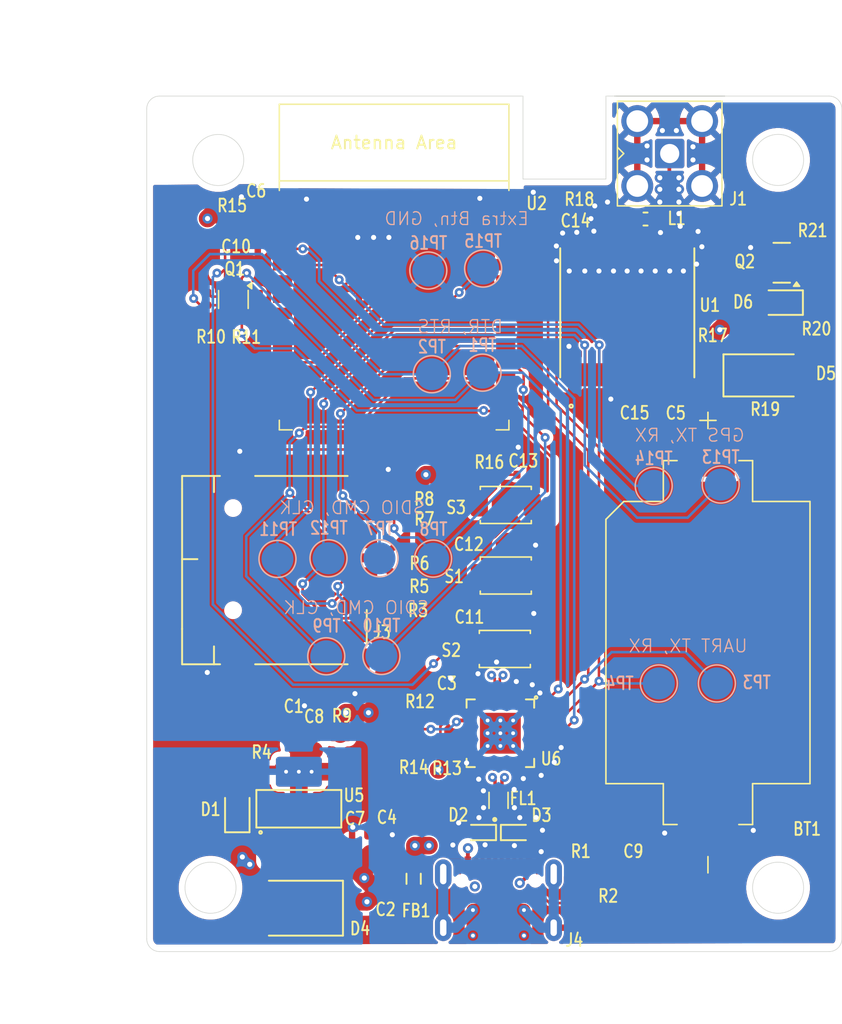
<source format=kicad_pcb>
(kicad_pcb (version 20241229) (generator "pcbnew") (generator_version "9.0")
  (layers (0 "F.Cu" signal) (4 "In1.Cu" signal) (6 "In2.Cu" signal) (2 "B.Cu" signal) (13 "F.Paste" user) (15 "B.Paste" user) (5 "F.SilkS" user "F.Silkscreen") (7 "B.SilkS" user "B.Silkscreen") (1 "F.Mask" user) (3 "B.Mask" user) (25 "Edge.Cuts" user))
  (net 0 "")
  (net 1 "GND")
  (net 2 "Net-(C1-Pad1)")
  (net 3 "VUSB")
  (net 4 "3v3_VCC")
  (net 5 "/EN")
  (net 6 "/GPIO9_BOOT")
  (net 7 "/BTN_FUNCTION")
  (net 8 "Net-(U1-VCC_REF)")
  (net 9 "Net-(D1-Pad2)")
  (net 10 "/USB C COMs 3v3 Power Input Module/USB_UNF_D-")
  (net 11 "/USB C COMs 3v3 Power Input Module/USB_UNF_D+")
  (net 12 "VUSB_UNFILTERD")
  (net 13 "Net-(Q2-C)")
  (net 14 "Net-(D6-Pad2)")
  (net 15 "Net-(J1-In)")
  (net 16 "/SDIO_DATA2")
  (net 17 "/SDIO_CLK")
  (net 18 "/SDIO_DATA0")
  (net 19 "/SDIO_DATA1")
  (net 20 "/SDIO_DATA3")
  (net 22 "/SDIO_CMD")
  (net 25 "Net-(J4-CC1)")
  (net 26 "Net-(J4-CC2)")
  (net 27 "Net-(L1-Pad1)")
  (net 28 "Net-(Q1A-B1)")
  (net 29 "/USB C COMs 3v3 Power Input Module/DTR")
  (net 30 "Net-(Q1B-B2)")
  (net 31 "/USB C COMs 3v3 Power Input Module/RTS")
  (net 32 "Net-(Q2-B)")
  (net 33 "Net-(U6-RST#)")
  (net 34 "Net-(U6-VBUS)")
  (net 35 "Net-(U1-RESET)")
  (net 36 "/GPS Module/1PPS")
  (net 37 "/USBC_TX")
  (net 38 "/USBC_RX")
  (net 39 "/GPS_TX")
  (net 40 "/GPS_RX")
  (net 77 "/USB C COMs 3v3 Power Input Module/USB_D+")
  (net 78 "/USB C COMs 3v3 Power Input Module/USB_D-")
  (net 79 "Net-(BT1-PadP)")
  (net 80 "Net-(D5-Pad1)")
  (net 81 "RF_GND")
  (footprint "PCM_JLCPCB:L_0603" (layer "F.Cu") (at 157.88 81.53)
    (property "Reference" "L1")
    (property "Value" "47nH_600mA" (hide yes))
  )
  (footprint "PCM_JLCPCB:C_0402" (layer "F.Cu") (at 127.48 80.83 90)
    (property "Reference" "C6")
    (property "Value" "100nF" (hide yes))
  )
  (footprint "PCM_JLCPCB:C_0603" (layer "F.Cu") (at 137.85 133.2 90)
    (property "Reference" "C2")
    (property "Value" "10uF" (hide yes))
  )
  (footprint "PCM_JLCPCB:TYPE-C-SMD_HX-TYPE-C-16PIN" (layer "F.Cu") (at 146.35 134.65)
    (property "Reference" "J4")
    (property "Value" "Connector, USB-TYPE-C-16P" (hide yes))
  )
  (footprint "PCM_JLCPCB:R_0402" (layer "F.Cu") (at 138.375 109.175 180)
    (property "Reference" "R6")
    (property "Value" "10kΩ" (hide yes))
  )
  (footprint "PCM_JLCPCB:R_1206" (layer "F.Cu") (at 133.95 123.33 90)
    (property "Reference" "R9")
    (property "Value" "0Ω" (hide yes))
  )
  (footprint "Connector_Coaxial:SMA_Amphenol_901-143_Horizontal" (layer "F.Cu") (at 159.775 76.4)
    (property "Reference" "J1")
    (property "Value" "Conn_Coaxial" (hide yes))
    (fp_line (start 4.3 -4.5) (end -4.3 -4.5) (stroke (width 0.1)) (layer "Edge.Cuts"))
  )
  (footprint "PCM_JLCPCB:C_0402" (layer "F.Cu") (at 146.925 107.1)
    (property "Reference" "C12")
    (property "Value" "100nF" (hide yes))
  )
  (footprint "PCM_JLCPCB:R_0402" (layer "F.Cu") (at 140.16 120.87 -90)
    (property "Reference" "R12")
    (property "Value" "10kΩ" (hide yes))
  )
  (footprint "PCM_JLCPCB:R_0402" (layer "F.Cu") (at 127.5675 87.855 -90)
    (property "Reference" "R11")
    (property "Value" "10kΩ" (hide yes))
  )
  (footprint "PCM_JLCPCB:WQFN-28_L5.0-W5.0-P0.50-BL-EP3.2" (layer "F.Cu") (at 146.5 121.8 180)
    (property "Reference" "U6")
    (property "Value" "CP2102-GMR" (hide yes))
  )
  (footprint "PCM_JLCPCB:FB_0805" (layer "F.Cu") (at 139.7 133.2 90)
    (property "Reference" "FB1")
    (property "Value" "100Ω@100MHz 150mΩ 800mA" (hide yes))
  )
  (footprint "PCM_JLCPCB:D_0805" (layer "F.Cu") (at 125.875 127.865 90)
    (property "Reference" "D1")
    (property "Value" "Red" (hide yes))
  )
  (footprint "PCM_JLCPCB:R_0402" (layer "F.Cu") (at 138.621855 103.640032 180)
    (property "Reference" "R8")
    (property "Value" "10kΩ" (hide yes))
  )
  (footprint "PCM_JLCPCB:D_SMA" (layer "F.Cu") (at 167.5 93.775)
    (property "Reference" "D5")
    (property "Value" "SS14" (hide yes))
  )
  (footprint "PCM_JLCPCB:R_0402" (layer "F.Cu") (at 145.65 101.55)
    (property "Reference" "R16")
    (property "Value" "10kΩ" (hide yes))
  )
  (footprint "PCM_JLCPCB:R_0402" (layer "F.Cu") (at 168.57 89.84)
    (property "Reference" "R20")
    (property "Value" "220Ω" (hide yes))
  )
  (footprint "PCM_JLCPCB:SW_TS-1088-AR02016" (layer "F.Cu") (at 146.85 115.2 180)
    (property "Reference" "S2")
    (property "Value" "Tactile Button, 160gf" (hide yes))
  )
  (footprint "PCM_JLCPCB:D_SOD-523" (layer "F.Cu") (at 147.8 129.575)
    (property "Reference" "D3")
    (property "Value" "H5VUD5U" (hide yes))
  )
  (footprint "GPS L76-M33:L76_QWS" (layer "F.Cu") (at 156.45 88.875 90)
    (property "Reference" "U1")
    (property "Value" "L76-M33" (hide yes))
  )
  (footprint "PCM_JLCPCB:C_0402" (layer "F.Cu") (at 148.3 101.55)
    (property "Reference" "C13")
    (property "Value" "100nF" (hide yes))
  )
  (footprint "CR2032:BAT_CR2032-BS-6-1" (layer "F.Cu") (at 162.775 114.7 -90)
    (property "Reference" "BT1")
    (property "Value" "CR2032-BS-6-1" (hide yes))
  )
  (footprint "PCM_JLCPCB:C_0603" (layer "F.Cu") (at 130.3 121.89 90)
    (property "Reference" "C1")
    (property "Value" "10uF" (hide yes))
  )
  (footprint "PCM_JLCPCB:C_0402" (layer "F.Cu") (at 144.325 118.25 180)
    (property "Reference" "C3")
    (property "Value" "100nF" (hide yes))
  )
  (footprint "PCM_JLCPCB:C_0603" (layer "F.Cu") (at 136.3 130.455 90)
    (property "Reference" "C4")
    (property "Value" "10uF" (hide yes))
  )
  (footprint "PCM_JLCPCB:Q_SOT-23" (layer "F.Cu") (at 168.56 84.9525 180)
    (property "Reference" "Q2")
    (property "Value" "MMBT3904" (hide yes))
  )
  (footprint "PCM_JLCPCB:D_SOD-523" (layer "F.Cu") (at 144.9 129.575 180)
    (property "Reference" "D2")
    (property "Value" "H5VUD5U" (hide yes))
  )
  (footprint "PCM_JLCPCB:R_0402" (layer "F.Cu") (at 138.35 111.325 180)
    (property "Reference" "R3")
    (property "Value" "10kΩ" (hide yes))
  )
  (footprint "PCM_JLCPCB:C_0402" (layer "F.Cu") (at 160.25 95.55)
    (property "Reference" "C5")
    (property "Value" "100nF" (hide yes))
  )
  (footprint "PCM_JLCPCB:R_0402" (layer "F.Cu") (at 123.5175 87.78 90)
    (property "Reference" "R10")
    (property "Value" "10kΩ" (hide yes))
  )
  (footprint "PCM_JLCPCB:SOT-363_SC-70-6" (layer "F.Cu") (at 125.5675 87.83 -90)
    (property "Reference" "Q1")
    (property "Value" "BC847BS" (hide yes))
  )
  (footprint "PCM_JLCPCB:R_0402" (layer "F.Cu") (at 140.5 122.925 -90)
    (property "Reference" "R14")
    (property "Value" "47kΩ" (hide yes))
  )
  (footprint "Common mode choke DLM11SN900HY2L:FIL_DLM11SN900HY2L" (layer "F.Cu") (at 146.357505 127.056913 90)
    (property "Reference" "FL1")
    (property "Value" "DLM11SN900HY2L" (hide yes))
  )
  (footprint "PCM_JLCPCB:C_0402" (layer "F.Cu") (at 155.195 82.21 180)
    (property "Reference" "C14")
    (property "Value" "100nF" (hide yes))
  )
  (footprint "PCM_JLCPCB:C_0402" (layer "F.Cu") (at 127.48 83.13 -90)
    (property "Reference" "C10")
    (property "Value" "100nF" (hide yes))
  )
  (footprint "PCM_JLCPCB:R_0402" (layer "F.Cu") (at 138.646855 104.790032 180)
    (property "Reference" "R7")
    (property "Value" "10kΩ" (hide yes))
  )
  (footprint "PCM_JLCPCB:C_0402" (layer "F.Cu") (at 157.025 95.55 180)
    (property "Reference" "C15")
    (property "Value" "100nF" (hide yes))
  )
  (footprint "PCM_JLCPCB:R_0402" (layer "F.Cu") (at 162.55 92.225 -90)
    (property "Reference" "R17")
    (property "Value" "10kΩ" (hide yes))
  )
  (footprint "PCM_JLCPCB:C_0402" (layer "F.Cu") (at 157 132.75 90)
    (property "Reference" "C9")
    (property "Value" "4.7nF" (hide yes))
  )
  (footprint "PCM_JLCPCB:R_0402" (layer "F.Cu") (at 168.56 82.54)
    (property "Reference" "R21")
    (property "Value" "5.1kΩ" (hide yes))
  )
  (footprint "SD Card:J_SD_Card-micro_socket_A" (layer "F.Cu") (at 129.025 108.15 90)
    (property "Reference" "J3")
    (property "Value" "Micro_SD_Card_Det1" (hide yes))
  )
  (footprint "PCM_JLCPCB:R_0402" (layer "F.Cu") (at 155.195 81.235)
    (property "Reference" "R18")
    (property "Value" "10Ω" (hide yes))
  )
  (footprint "PCM_JLCPCB:SW_TS-1088-AR02016" (layer "F.Cu") (at 146.925 109.45 180)
    (property "Reference" "S1")
    (property "Value" "Tactile Button, 160gf" (hide yes))
  )
  (footprint "PCM_JLCPCB:D_0805" (layer "F.Cu") (at 168.53 88.075 180)
    (property "Reference" "D6")
    (property "Value" "Red" (hide yes))
  )
  (footprint "PCM_JLCPCB:SW_TS-1088-AR02016" (layer "F.Cu") (at 146.925 103.925 180)
    (property "Reference" "S3")
    (property "Value" "Tactile Button, 160gf" (hide yes))
  )
  (footprint "PCM_JLCPCB:R_0402" (layer "F.Cu") (at 138.35 110.275 180)
    (property "Reference" "R5")
    (property "Value" "10kΩ" (hide yes))
  )
  (footprint "PCM_JLCPCB:R_0402" (layer "F.Cu") (at 154.825 132.775 90)
    (property "Reference" "R2")
    (property "Value" "5.1kΩ" (hide yes))
  )
  (footprint "PCM_JLCPCB:R_0402" (layer "F.Cu") (at 141.8 122.925 90)
    (property "Reference" "R13")
    (property "Value" "22kΩ" (hide yes))
  )
  (footprint "PCM_JLCPCB:C_0402" (layer "F.Cu") (at 131.9 122.29 90)
    (property "Reference" "C8")
    (property "Value" "100nF" (hide yes))
  )
  (footprint "PCM_JLCPCB:C_0402" (layer "F.Cu") (at 134.875 130.765 90)
    (property "Reference" "C7")
    (property "Value" "100nF" (hide yes))
  )
  (footprint "PCM_JLCPCB:R_0402" (layer "F.Cu") (at 127.8 125.09 -90)
    (property "Reference" "R4")
    (property "Value" "220Ω" (hide yes))
  )
  (footprint "PCM_JLCPCB:SOT-223-3_L6.5-W3.4-P2.30-LS7.0-BR" (layer "F.Cu") (at 130.7 127.815 -90)
    (property "Reference" "U5")
    (property "Value" "AMS1117" (hide yes))
  )
  (footprint "PCM_JLCPCB:C_0402" (layer "F.Cu") (at 146.875 112.85)
    (property "Reference" "C11")
    (property "Value" "100nF" (hide yes))
  )
  (footprint "PCM_JLCPCB:D_SMB" (layer "F.Cu") (at 130.5 135.5 180)
    (property "Reference" "D4")
    (property "Value" "P6SMB7.5A" (hide yes))
  )
  (footprint "PCM_JLCPCB:R_0402" (layer "F.Cu") (at 165.025 96.375 180)
    (property "Reference" "R19")
    (property "Value" "10Ω" (hide yes))
  )
  (footprint "PCM_JLCPCB:R_0402" (layer "F.Cu") (at 152.8 132.75 90)
    (property "Reference" "R1")
    (property "Value" "5.1kΩ" (hide yes))
  )
  (footprint "PCM_JLCPCB:R_0402" (layer "F.Cu") (at 125.58 82.055 -90)
    (property "Reference" "R15")
    (property "Value" "10kΩ" (hide yes))
  )
  (footprint "ESPRESSIF footprints:ESP32-C6-WROOM-1" (layer "F.Cu") (at 129.16 98.08)
    (property "Reference" "U2")
    (property "Value" "ESP32-C6-WROOM-1" (hide yes))
  )
  (footprint "TestPoint:TestPoint_Pad_D2.5mm" (layer "B.Cu") (at 129.025 108.15 180)
    (property "Reference" "TP11")
    (property "Value" "DAT3/CD_TP" (hide yes))
  )
  (footprint "TestPoint:TestPoint_Pad_D2.5mm" (layer "B.Cu") (at 158.925 117.9 90)
    (property "Reference" "TP4")
    (property "Value" "USB_TX_TP" (hide yes))
  )
  (footprint "TestPoint:TestPoint_Pad_D2.5mm" (layer "B.Cu") (at 137.175 115.75 180)
    (property "Reference" "TP10")
    (property "Value" "CMD_TP" (hide yes))
  )
  (footprint "TestPoint:TestPoint_Pad_D2.5mm" (layer "B.Cu") (at 158.525 102.425 180)
    (property "Reference" "TP14")
    (property "Value" "GPS_RX_TP" (hide yes))
  )
  (footprint "TestPoint:TestPoint_Pad_D2.5mm" (layer "B.Cu") (at 141.225 108.125 180)
    (property "Reference" "TP8")
    (property "Value" "DAT0_TP" (hide yes))
  )
  (footprint "TestPoint:TestPoint_Pad_D2.5mm" (layer "B.Cu") (at 132.85 115.775 180)
    (property "Reference" "TP9")
    (property "Value" "CLK_TP" (hide yes))
  )
  (footprint "TestPoint:TestPoint_Pad_D2.5mm" (layer "B.Cu") (at 163.775 102.325 180)
    (property "Reference" "TP13")
    (property "Value" "GPS_TX_TP" (hide yes))
  )
  (footprint "TestPoint:TestPoint_Pad_D2.5mm" (layer "B.Cu") (at 145.1 93.56 180)
    (property "Reference" "TP1")
    (property "Value" "DTR_TP" (hide yes))
  )
  (footprint "TestPoint:TestPoint_Pad_D2.5mm" (layer "B.Cu") (at 133.025 108.1 180)
    (property "Reference" "TP12")
    (property "Value" "DAT2_TP" (hide yes))
  )
  (footprint "TestPoint:TestPoint_Pad_D2.5mm" (layer "B.Cu") (at 141.125 93.685 180)
    (property "Reference" "TP2")
    (property "Value" "RTS_TP" (hide yes))
  )
  (footprint "TestPoint:TestPoint_Pad_D2.5mm" (layer "B.Cu") (at 145.15 85.41 180)
    (property "Reference" "TP15")
    (property "Value" "FUNC_BTN_TP" (hide yes))
  )
  (footprint "TestPoint:TestPoint_Pad_D2.5mm" (layer "B.Cu") (at 137.025 108.1 180)
    (property "Reference" "TP7")
    (property "Value" "DAT1_TP" (hide yes))
  )
  (footprint "TestPoint:TestPoint_Pad_D2.5mm" (layer "B.Cu") (at 140.85 85.56 180)
    (property "Reference" "TP16")
    (property "Value" "GND_TP" (hide yes))
  )
  (footprint "TestPoint:TestPoint_Pad_D2.5mm" (layer "B.Cu") (at 163.475 117.9 90)
    (property "Reference" "TP3")
    (property "Value" "USB_RX_TP" (hide yes))
  )
  (gr_line (start 148.275 71.9) (end 148.275 78.4) (stroke (width 0.05)) (layer "Edge.Cuts"))
  (gr_line (start 164.075 71.9) (end 172.275 71.9) (stroke (width 0.05)) (layer "Edge.Cuts"))
  (gr_line (start 118.775 72.9) (end 118.775 137.9) (stroke (width 0.05)) (layer "Edge.Cuts"))
  (gr_circle (center 168.275 133.9) (end 168.275 131.9) (stroke (width 0.05)) (fill no) (layer "Edge.Cuts"))
  (gr_arc (start 118.775 72.9) (mid 119.067893 72.192893) (end 119.775 71.9) (stroke (width 0.05)) (layer "Edge.Cuts"))
  (gr_line (start 148.275 78.4) (end 154.775 78.4) (stroke (width 0.05)) (layer "Edge.Cuts"))
  (gr_line (start 154.775 71.9) (end 155.475 71.9) (stroke (width 0.05)) (layer "Edge.Cuts"))
  (gr_circle (center 124.38 76.905) (end 124.38 74.905) (stroke (width 0.05)) (fill no) (layer "Edge.Cuts"))
  (gr_circle (center 168.275 76.9) (end 168.275 74.9) (stroke (width 0.05)) (fill no) (layer "Edge.Cuts"))
  (gr_line (start 148.275 71.9) (end 119.775 71.9) (stroke (width 0.05)) (layer "Edge.Cuts"))
  (gr_line (start 173.275 137.9) (end 173.275 72.9) (stroke (width 0.05)) (layer "Edge.Cuts"))
  (gr_arc (start 173.275 137.9) (mid 172.982107 138.607107) (end 172.275 138.9) (stroke (width 0.05)) (layer "Edge.Cuts"))
  (gr_arc (start 172.275 71.9) (mid 172.982107 72.192893) (end 173.275 72.9) (stroke (width 0.05)) (layer "Edge.Cuts"))
  (gr_line (start 119.775 138.9) (end 172.275 138.9) (stroke (width 0.05)) (layer "Edge.Cuts"))
  (gr_line (start 154.775 78.4) (end 154.775 71.9) (stroke (width 0.05)) (layer "Edge.Cuts"))
  (gr_arc (start 119.775 138.9) (mid 119.067893 138.607107) (end 118.775 137.9) (stroke (width 0.05)) (layer "Edge.Cuts"))
  (gr_circle (center 123.775 133.9) (end 123.775 131.9) (stroke (width 0.05)) (fill no) (layer "Edge.Cuts"))
  (gr_text "SDIO CMD, CLK" (at 140.65 104.725 0) (layer "B.SilkS") (effects (font (size 1 1) (thickness 0.1)) (justify left bottom mirror)))
  (gr_text "UART TX, RX\n" (at 165.95 115.55 0) (layer "B.SilkS") (effects (font (size 1 1) (thickness 0.1)) (justify left bottom mirror)))
  (gr_text "Extra Btn, GND" (at 148.8 82.085 0) (layer "B.SilkS") (effects (font (size 1 1) (thickness 0.1)) (justify left bottom mirror)))
  (gr_text "GPS TX, RX\n" (at 165.725 99.05 0) (layer "B.SilkS") (effects (font (size 1 1) (thickness 0.1)) (justify left bottom mirror)))
  (gr_text "SDIO CMD, CLK" (at 140.975 112.55 0) (layer "B.SilkS") (effects (font (size 1 1) (thickness 0.1)) (justify left bottom mirror)))
  (gr_text "DTR, RTS" (at 146.775 90.535 0) (layer "B.SilkS") (effects (font (size 1 1) (thickness 0.1)) (justify left bottom mirror)))
  (segment (start 149.7 131.075) (end 149.7 131.86) (width 0.5) (layer "F.Cu") (net 1))
  (segment (start 129.42 80.03) (end 131.24 80.03) (width 0.5) (layer "F.Cu") (net 1))
  (segment (start 142.775912 130.554088) (end 142.775912 131.54831) (width 0.5) (layer "F.Cu") (net 1))
  (segment (start 149.55 132.01) (end 149.55 132.15) (width 0.5) (layer "F.Cu") (net 1))
  (segment (start 162.315 73.86) (end 162.315 78.94) (width 0.5) (layer "F.Cu") (net 1))
  (segment (start 131.24 80.03) (end 131.3 79.97) (width 0.5) (layer "F.Cu") (net 1))
  (segment (start 127.48 80.33) (end 127.755 80.055) (width 0.5) (layer "F.Cu") (net 1))
  (segment (start 126.85 132.07) (end 126.27 131.49) (width 0.5) (layer "F.Cu") (net 1))
  (segment (start 128.35 135.5) (end 128.35 133.57) (width 0.5) (layer "F.Cu") (net 1))
  (segment (start 157.55 93.725) (end 157.55 95.525) (width 0.8) (layer "F.Cu") (net 1))
  (segment (start 143.15 131.922398) (end 143.15 132.15) (width 0.5) (layer "F.Cu") (net 1))
  (segment (start 158.536 96.511) (end 157.55 95.525) (width 0.5) (layer "F.Cu") (net 1))
  (segment (start 157.235 73.86) (end 162.315 73.86) (width 0.5) (layer "F.Cu") (net 1))
  (segment (start 149.7 131.86) (end 149.55 132.01) (width 0.5) (layer "F.Cu") (net 1))
  (segment (start 164.525 96.375) (end 164.389 96.511) (width 0.5) (layer "F.Cu") (net 1))
  (segment (start 157.235 78.94) (end 157.235 73.86) (width 0.5) (layer "F.Cu") (net 1))
  (segment (start 127.755 80.055) (end 129.38 80.055) (width 0.5) (layer "F.Cu") (net 1))
  (segment (start 164.389 96.511) (end 158.536 96.511) (width 0.5) (layer "F.Cu") (net 1))
  (segment (start 128.35 133.57) (end 126.85 132.07) (width 0.5) (layer "F.Cu") (net 1))
  (segment (start 142.775912 131.54831) (end 143.15 131.922398) (width 0.5) (layer "F.Cu") (net 1))
  (via (at 166.33 129.41) (size 0.8) (drill 0.4) (layers "F.Cu" "B.Cu") (net 1))
  (via (at 153.12 85.6) (size 0.8) (drill 0.4) (layers "F.Cu" "B.Cu") (net 1))
  (via (at 162.3 83.7) (size 0.8) (drill 0.4) (layers "F.Cu" "B.Cu") (net 1))
  (via (at 149.8 129.4) (size 0.8) (drill 0.4) (layers "F.Cu" "B.Cu") (net 1))
  (via (at 150.89 83.64) (size 0.8) (drill 0.4) (layers "F.Cu" "B.Cu") (net 1))
  (via (at 153.9 80.5) (size 0.8) (drill 0.4) (layers "F.Cu" "B.Cu") (net 1))
  (via (at 148.3 125.35) (size 0.8) (drill 0.4) (layers "F.Cu" "B.Cu") (net 1))
  (via (at 160.5 80.2) (size 0.8) (drill 0.4) (layers "F.Cu" "B.Cu") (net 1))
  (via (at 155.37 85.6) (size 0.8) (drill 0.4) (layers "F.Cu" "B.Cu") (net 1))
  (via (at 147.6 127.63) (size 0.8) (drill 0.4) (layers "F.Cu" "B.Cu") (net 1))
  (via (at 161.88 85.06) (size 0.8) (drill 0.4) (layers "F.Cu" "B.Cu") (net 1))
  (via (at 147.58 126.2) (size 0.8) (drill 0.4) (layers "F.Cu" "B.Cu") (net 1))
  (via (at 148.02 128.41) (size 0.8) (drill 0.4) (layers "F.Cu" "B.Cu") (net 1))
  (via (at 126.07 99.72) (size 0.8) (drill 0.4) (layers "F.Cu" "B.Cu") (net 1))
  (via (at 137.71 101.14) (size 0.8) (drill 0.4) (layers "F.Cu" "B.Cu") (net 1))
  (via (at 149.08 79.43) (size 0.8) (drill 0.4) (layers "F.Cu" "B.Cu") (net 1))
  (via (at 154.23 85.6) (size 0.8) (drill 0.4) (layers "F.Cu" "B.Cu") (net 1))
  (via (at 135.1 118.7) (size 0.8) (drill 0.4) (layers "F.Cu" "B.Cu") (net 1))
  (via (at 157.53 85.6) (size 0.8) (drill 0.4) (layers "F.Cu" "B.Cu") (net 1))
  (via (at 131.14 119.65) (size 0.8) (drill 0.4) (layers "F.Cu" "B.Cu") (net 1))
  (via (at 149.7 125.1) (size 0.8) (drill 0.4) (layers "F.Cu" "B.Cu") (net 1))
  (via (at 144.8 125.4) (size 0.8) (drill 0.4) (layers "F.Cu" "B.Cu") (net 1))
  (via (at 150.725 124.075) (size 0.8) (drill 0.4) (layers "F.Cu" "B.Cu") (net 1))
  (via (at 159.78 85.6) (size 0.8) (drill 0.4) (layers "F.Cu" "B.Cu") (net 1))
  (via (at 123.52 117.04) (size 0.8) (drill 0.4) (layers "F.Cu" "B.Cu") (net 1))
  (via (at 144.89 79.91) (size 0.8) (drill 0.4) (layers "F.Cu" "B.Cu") (net 1))
  (via (at 147.9 99.4) (size 0.8) (drill 0.4) (layers "F.Cu" "B.Cu") (net 1))
  (via (at 149.603092 118.646908) (size 0.8) (drill 0.4) (layers "F.Cu" "B.Cu") (net 1))
  (via (at 151.9 85.6) (size 0.8) (drill 0.4) (layers "F.Cu" "B.Cu") (net 1))
  (via (at 146.2 116.225) (size 0.8) (drill 0.4) (layers "F.Cu" "B.Cu") (net 1))
  (via (at 149.7 131.075) (size 0.8) (drill 0.4) (layers "F.Cu" "B.Cu") (net 1))
  (via (at 147.6 130.6) (size 0.8) (drill 0.4) (layers "F.Cu" "B.Cu") (net 1))
  (via (at 160.6 82.1) (size 0.8) (drill 0.4) (layers "F.Cu" "B.Cu") (net 1))
  (via (at 159.38 129.62) (size 0.8) (drill 0.4) (layers "F.Cu" "B.Cu") (net 1))
  (via (at 158.64 85.6) (size 0.8) (drill 0.4) (layers "F.Cu" "B.Cu") (net 1))
  (via (at 158 75.8) (size 0.8) (drill 0.4) (layers "F.Cu" "B.Cu") (net 1))
  (via (at 151.38 82.63) (size 0.8) (drill 0.4) (layers "F.Cu" "B.Cu") (net 1))
  (via (at 126.2 79.79) (size 0.8) (drill 0.4) (layers "F.Cu" "B.Cu") (net 1))
  (via (at 156.44 85.6) (size 0.8) (drill 0.4) (layers "F.Cu" "B.Cu") (net 1))
  (via (at 161.6 76.9) (size 0.8) (drill 0.4) (layers "F.Cu" "B.Cu") (net 1))
  (via (at 145.17 126.31) (size 0.8) (drill 0.4) (layers "F.Cu" "B.Cu") (net 1))
  (via (at 160.3 74.6) (size 0.8) (drill 0.4) (layers "F.Cu" "B.Cu") (net 1))
  (via (at 144.82 128.41) (size 0.8) (drill 0.4) (layers "F.Cu" "B.Cu") (net 1))
  (via (at 150.9 84.8) (size 0.8) (drill 0.4) (layers "F.Cu" "B.Cu") (net 1))
  (via (at 145.18 127.63) (size 0.8) (drill 0.4) (layers "F.Cu" "B.Cu") (net 1))
  (via (at 147.75 117.75) (size 0.8) (drill 0.4) (layers "F.Cu" "B.Cu") (net 1))
  (via (at 161.6 75.87) (size 0.8) (drill 0.4) (layers "F.Cu" "B.Cu") (net 1))
  (via (at 160.5 81.1) (size 0.8) (drill 0.4) (layers "F.Cu" "B.Cu") (net 1))
  (via (at 159 78.3) (size 0.8) (drill 0.4) (layers "F.Cu" "B.Cu") (net 1))
  (via (at 151.263955 122.921314) (size 0.8) (drill 0.4) (layers "F.Cu" "B.Cu") (net 1))
  (via (at 149.001201 118.001233) (size 0.8) (drill 0.4) (layers "F.Cu" "B.Cu") (net 1))
  (via (at 160.85 85.6) (size 0.8) (drill 0.4) (layers "F.Cu" "B.Cu") (net 1))
  (via (at 149.26 107.07) (size 0.8) (drill 0.4) (layers "F.Cu" "B.Cu") (net 1))
  (via (at 143.23 128.82) (size 0.8) (drill 0.4) (layers "F.Cu" "B.Cu") (net 1))
  (via (at 126.85 132.07) (size 0.8) (drill 0.4) (layers "F.Cu" "B.Cu") (net 1))
  (via (at 138.03 129.75) (size 0.8) (drill 0.4) (layers "F.Cu" "B.Cu") (net 1))
  (via (at 137.76 82.97) (size 0.8) (drill 0.4) (layers "F.Cu" "B.Cu") (net 1))
  (via (at 126.27 131.49) (size 0.8) (drill 0.4) (layers "F.Cu" "B.Cu") (net 1))
  (via (at 143.85 124.125) (size 0.8) (drill 0.4) (layers "F.Cu" "B.Cu") (net 1))
  (via (at 152.49 82.57) (size 0.8) (drill 0.4) (layers "F.Cu" "B.Cu") (net 1))
  (via (at 154.9 80.2) (size 0.8) (drill 0.4) (layers "F.Cu" "B.Cu") (net 1))
  (via (at 159.053051 82.58863) (size 0.8) (drill 0.4) (layers "F.Cu" "B.Cu") (net 1))
  (via (at 145.3 130.54) (size 0.8) (drill 0.4) (layers "F.Cu" "B.Cu") (net 1))
  (via (at 160.5 79.2) (size 0.8) (drill 0.4) (layers "F.Cu" "B.Cu") (net 1))
  (via (at 135.32 82.97) (size 0.8) (drill 0.4) (layers "F.Cu" "B.Cu") (net 1))
  (via (at 155.16 95.63) (size 0.8) (drill 0.4) (layers "F.Cu" "B.Cu") (net 1))
  (via (at 144.745922 117.14) (size 0.8) (drill 0.4) (layers "F.Cu" "B.Cu") (net 1))
  (via (at 153.6 81.5) (size 0.8) (drill 0.4) (layers "F.Cu" "B.Cu") (net 1))
  (via (at 159 80.2) (size 0.8) (drill 0.4) (layers "F.Cu" "B.Cu") (net 1))
  (via (at 166.12 83.76) (size 0.8) (drill 0.4) (layers "F.Cu" "B.Cu") (net 1))
  (via (at 153.83 82.48) (size 0.8) (drill 0.4) (layers "F.Cu" "B.Cu") (net 1))
  (via (at 160.5 78.3) (size 0.8) (drill 0.4) (layers "F.Cu" "B.Cu") (net 1))
  (via (at 142.775912 130.554088) (size 0.8) (drill 0.4) (layers "F.Cu" "B.Cu") (net 1))
  (via (at 162 82.5) (size 0.8) (drill 0.4) (layers "F.Cu" "B.Cu") (net 1))
  (via (at 136.56 82.97) (size 0.8) (drill 0.4) (layers "F.Cu" "B.Cu") (net 1))
  (via (at 159 79.2) (size 0.8) (drill 0.4) (layers "F.Cu" "B.Cu") (net 1))
  (via (at 151.88 91.5) (size 0.8) (drill 0.4) (layers "F.Cu" "B.Cu") (net 1))
  (via (at 131.3 79.97) (size 0.8) (drill 0.4) (layers "F.Cu" "B.Cu") (net 1))
  (via (at 159.2 74.6) (size 0.8) (drill 0.4) (layers "F.Cu" "B.Cu") (net 1))
  (via (at 149.3 128.4) (size 0.8) (drill 0.4) (layers "F.Cu" "B.Cu") (net 1))
  (via (at 149.12 112.42) (size 0.8) (drill 0.4) (layers "F.Cu" "B.Cu") (net 1))
  (via (at 142.6 117.49) (size 0.8) (drill 0.4) (layers "F.Cu" "B.Cu") (net 1))
  (via (at 158 76.9) (size 0.8) (drill 0.4) (layers "F.Cu" "B.Cu") (net 1))
  (via (at 134.93 129.16) (size 0.8) (drill 0.4) (layers "F.Cu" "B.Cu") (net 1))
  (segment (start 130.3 122.67) (end 130.791 123.161) (width 1.38) (layer "F.Cu") (net 2))
  (segment (start 130.7 123.07) (end 130.3 122.67) (width 1.38) (layer "F.Cu") (net 2))
  (segment (start 130.7 130.785) (end 130.7 124.815) (width 1.38) (layer "F.Cu") (net 2))
  (segment (start 130.791 123.161) (end 131.9 123.161) (width 1.38) (layer "F.Cu") (net 2))
  (segment (start 130.7 124.815) (end 130.7 123.07) (width 1.38) (layer "F.Cu") (net 2))
  (segment (start 133.925 124.815) (end 133.95 124.79) (width 1.38) (layer "F.Cu") (net 2))
  (segment (start 130.7 124.815) (end 133.925 124.815) (width 1.38) (layer "F.Cu") (net 2))
  (segment (start 127.8 124.59) (end 129.475 124.59) (width 0.5) (layer "F.Cu") (net 2))
  (segment (start 129.475 124.59) (end 129.7 124.815) (width 1.38) (layer "F.Cu") (net 2))
  (segment (start 141.8 123.425) (end 141.8 124.52) (width 0.6) (layer "F.Cu") (net 3))
  (segment (start 137.85 133.98) (end 137.06 133.98) (width 1.38) (layer "F.Cu") (net 3))
  (segment (start 136.04 135) (end 133.15 135) (width 1.38) (layer "F.Cu") (net 3))
  (segment (start 133 131.58) (end 133.605 132.185) (width 1.38) (layer "F.Cu") (net 3))
  (segment (start 136.67 133.98) (end 135.83 133.14) (width 1.38) (layer "F.Cu") (net 3))
  (segment (start 133 130.785) (end 133 131.58) (width 1.38) (layer "F.Cu") (net 3))
  (segment (start 138.13 134.26) (end 137.85 133.98) (width 1.38) (layer "F.Cu") (net 3))
  (segment (start 135.83 133.14) (end 135.83 131.705) (width 1.38) (layer "F.Cu") (net 3))
  (segment (start 137.06 133.98) (end 136.04 135) (width 1.38) (layer "F.Cu") (net 3))
  (segment (start 135.83 133.14) (end 134.875 132.185) (width 1.38) (layer "F.Cu") (net 3))
  (segment (start 133.605 132.185) (end 134.875 132.185) (width 1.38) (layer "F.Cu") (net 3))
  (segment (start 133.15 135) (end 132.65 135.5) (width 1.38) (layer "F.Cu") (net 3))
  (segment (start 135.83 131.705) (end 136.3 131.235) (width 1.38) (layer "F.Cu") (net 3))
  (segment (start 141.8 124.52) (end 141.65 124.67) (width 1.38) (layer "F.Cu") (net 3))
  (segment (start 139.7 134.26) (end 138.13 134.26) (width 1.38) (layer "F.Cu") (net 3))
  (segment (start 137.06 133.98) (end 136.67 133.98) (width 1.38) (layer "F.Cu") (net 3))
  (segment (start 134.875 132.185) (end 134.875 131.636) (width 1.38) (layer "F.Cu") (net 3))
  (via (at 135.83 133.14) (size 0.8) (drill 0.4) (layers "F.Cu" "B.Cu") (net 3))
  (via (at 141.65 124.67) (size 0.8) (drill 0.4) (layers "F.Cu" "B.Cu") (net 3))
  (via (at 136.04 135) (size 0.8) (drill 0.4) (layers "F.Cu" "B.Cu") (net 3))
  (segment (start 160.348301 91.725) (end 159.750001 92.3233) (width 0.8) (layer "F.Cu") (net 4))
  (segment (start 136.34 120.37) (end 136.16 120.19) (width 1.38) (layer "F.Cu") (net 4))
  (segment (start 133.95 120.63) (end 134.39 120.19) (width 1.38) (layer "F.Cu") (net 4))
  (segment (start 139.171 106.174628) (end 137.280596 108.065032) (width 0.5) (layer "F.Cu") (net 4))
  (segment (start 127.255 81.555) (end 127.48 81.33) (width 0.5) (layer "F.Cu") (net 4))
  (segment (start 123.54 81.49) (end 123.846 81.184) (width 1.38) (layer "F.Cu") (net 4))
  (segment (start 138.875 109.175) (end 138.875 111.3) (width 0.5) (layer "F.Cu") (net 4))
  (segment (start 166.26 89.86) (end 166.3 89.9) (width 1.38) (layer "F.Cu") (net 4))
  (segment (start 145 118.425) (end 144.825 118.25) (width 0.5) (layer "F.Cu") (net 4))
  (segment (start 159.750001 93.725) (end 159.75 95.55) (width 0.8) (layer "F.Cu") (net 4))
  (segment (start 164.04 89.86) (end 166.26 89.86) (width 1.38) (layer "F.Cu") (net 4))
  (segment (start 139.171 106.174628) (end 139.171 106.829) (width 0.5) (layer "F.Cu") (net 4))
  (segment (start 166.26 89.86) (end 166.28 89.84) (width 1.38) (layer "F.Cu") (net 4))
  (segment (start 123.846 81.184) (end 125.58 81.184) (width 1.38) (layer "F.Cu") (net 4))
  (segment (start 139.171 106.829) (end 138.875 107.125) (width 0.5) (layer "F.Cu") (net 4))
  (segment (start 133.95 121.87) (end 133.95 120.63) (width 1.38) (layer "F.Cu") (net 4))
  (segment (start 139.121855 104.765032) (end 139.146855 104.790032) (width 0.5) (layer "F.Cu") (net 4))
  (segment (start 125.58 81.555) (end 127.255 81.555) (width 0.5) (layer "F.Cu") (net 4))
  (segment (start 134.39 120.19) (end 136.16 120.19) (width 1.38) (layer "F.Cu") (net 4))
  (segment (start 141.77 119.359) (end 144.941 119.359) (width 0.8) (layer "F.Cu") (net 4))
  (segment (start 139.121855 103.640032) (end 139.121855 104.765032) (width 0.5) (layer "F.Cu") (net 4))
  (segment (start 145.5 119.3) (end 145 119.3) (width 0.2) (layer "F.Cu") (net 4))
  (segment (start 137.280596 108.065032) (end 136.046855 108.065032) (width 0.5) (layer "F.Cu") (net 4))
  (segment (start 140.16 120.37) (end 140.759 120.37) (width 0.5) (layer "F.Cu") (net 4))
  (segment (start 136.16 120.19) (end 136.351 119.999) (width 1.38) (layer "F.Cu") (net 4))
  (segment (start 167.6 89.9) (end 167.66 89.84) (width 0.5) (layer "F.Cu") (net 4))
  (segment (start 162.55 91.35) (end 162.55 91.354) (width 1.38) (layer "F.Cu") (net 4))
  (segment (start 166.3 89.9) (end 167.6 89.9) (width 1.38) (layer "F.Cu") (net 4))
  (segment (start 138.875 107.125) (end 138.875 109.175) (width 0.5) (layer "F.Cu") (net 4))
  (segment (start 140.759 120.37) (end 141.77 119.359) (width 0.5) (layer "F.Cu") (net 4))
  (segment (start 138.875 111.3) (end 138.85 111.325) (width 0.5) (layer "F.Cu") (net 4))
  (segment (start 139.146855 104.790032) (end 139.171 104.814177) (width 0.5) (layer "F.Cu") (net 4))
  (segment (start 159.750001 92.3233) (end 159.750001 93.725) (width 0.8) (layer "F.Cu") (net 4))
  (segment (start 162.55 91.725) (end 160.348301 91.725) (width 0.8) (layer "F.Cu") (net 4))
  (segment (start 136.351 119.999) (end 140.16 119.999) (width 1.38) (layer "F.Cu") (net 4))
  (segment (start 164.04 89.86) (end 163.7 90.2) (width 1.38) (layer "F.Cu") (net 4))
  (segment (start 163.7 90.2) (end 162.55 91.35) (width 1.38) (layer "F.Cu") (net 4))
  (segment (start 140.66 101.55) (end 144.779 101.55) (width 1.38) (layer "F.Cu") (net 4))
  (segment (start 145 119.3) (end 145 118.425) (width 0.5) (layer "F.Cu") (net 4))
  (segment (start 139.492855 102.717145) (end 139.492855 103.640032) (width 1.38) (layer "F.Cu") (net 4))
  (segment (start 167.66 89.84) (end 168.07 89.84) (width 0.5) (layer "F.Cu") (net 4))
  (segment (start 139.171 104.814177) (end 139.171 106.174628) (width 0.5) (layer "F.Cu") (net 4))
  (segment (start 140.66 101.55) (end 139.492855 102.717145) (width 1.38) (layer "F.Cu") (net 4))
  (via (at 163.7 90.2) (size 0.8) (drill 0.4) (layers "F.Cu" "B.Cu") (net 4))
  (via (at 136.16 120.19) (size 0.8) (drill 0.4) (layers "F.Cu" "B.Cu") (net 4))
  (via (at 134.39 120.19) (size 0.8) (drill 0.4) (layers "F.Cu" "B.Cu") (net 4))
  (via (at 123.54 81.49) (size 0.8) (drill 0.4) (layers "F.Cu" "B.Cu") (net 4))
  (via (at 140.66 101.55) (size 0.8) (drill 0.4) (layers "F.Cu" "B.Cu") (net 4))
  (segment (start 124.28 85.76) (end 124.5975 85.76) (width 0.2) (layer "F.Cu") (net 5))
  (segment (start 146.375 113.6) (end 146.375 112.85) (width 0.2) (layer "F.Cu") (net 5))
  (segment (start 124.9175 85.44) (end 124.9175 86.88) (width 0.2) (layer "F.Cu") (net 5))
  (segment (start 144.775 115.2) (end 146.375 113.6) (width 0.2) (layer "F.Cu") (net 5))
  (segment (start 124.5975 85.76) (end 124.9175 85.44) (width 0.2) (layer "F.Cu") (net 5))
  (segment (start 125.58 82.555) (end 127.405 82.555) (width 0.2) (layer "F.Cu") (net 5))
  (segment (start 127.48 82.63) (end 129.345 82.63) (width 0.2) (layer "F.Cu") (net 5))
  (segment (start 124.9175 83.2175) (end 124.9175 85.44) (width 0.2) (layer "F.Cu") (net 5))
  (segment (start 127.405 82.555) (end 127.48 82.63) (width 0.2) (layer "F.Cu") (net 5))
  (segment (start 144.775 115.2) (end 142.41 115.2) (width 0.2) (layer "F.Cu") (net 5))
  (segment (start 125.58 82.555) (end 124.9175 83.2175) (width 0.2) (layer "F.Cu") (net 5))
  (segment (start 142.41 115.2) (end 141.26 116.35) (width 0.2) (layer "F.Cu") (net 5))
  (segment (start 129.345 82.63) (end 129.38 82.595) (width 0.2) (layer "F.Cu") (net 5))
  (via (at 141.26 116.35) (size 0.7) (drill 0.3) (layers "F.Cu" "B.Cu") (net 5))
  (via (at 124.28 85.76) (size 0.7) (drill 0.3) (layers "F.Cu" "B.Cu") (net 5))
  (segment (start 139.61 118) (end 130.64 118) (width 0.2) (layer "B.Cu") (net 5))
  (segment (start 141.26 116.35) (end 139.61 118) (width 0.2) (layer "B.Cu") (net 5))
  (segment (start 123.96 86.08) (end 124.28 85.76) (width 0.2) (layer "B.Cu") (net 5))
  (segment (start 130.249038 118) (end 123.96 111.710962) (width 0.2) (layer "B.Cu") (net 5))
  (segment (start 130.64 118) (end 130.249038 118) (width 0.2) (layer "B.Cu") (net 5))
  (segment (start 123.96 105.83) (end 123.96 86.08) (width 0.2) (layer "B.Cu") (net 5))
  (segment (start 123.96 111.710962) (end 123.96 105.83) (width 0.2) (layer "B.Cu") (net 5))
  (segment (start 145.235 96.565) (end 145.19 96.52) (width 0.2) (layer "F.Cu") (net 6))
  (segment (start 126.23 88.7925) (end 126.2175 88.78) (width 0.2) (layer "F.Cu") (net 6))
  (segment (start 146.425 106.790001) (end 147.005001 106.21) (width 0.2) (layer "F.Cu") (net 6))
  (segment (start 146.895 96.565) (end 145.235 96.565) (width 0.2) (layer "F.Cu") (net 6))
  (segment (start 149.64 106.21) (end 150.7 105.15) (width 0.2) (layer "F.Cu") (net 6))
  (segment (start 150.7 105.15) (end 150.7 100.37) (width 0.2) (layer "F.Cu") (net 6))
  (segment (start 146.425 107.875) (end 146.425 107.1) (width 0.2) (layer "F.Cu") (net 6))
  (segment (start 144.85 109.45) (end 146.425 107.875) (width 0.2) (layer "F.Cu") (net 6))
  (segment (start 146.425 107.1) (end 146.425 106.790001) (width 0.2) (layer "F.Cu") (net 6))
  (segment (start 150.7 100.37) (end 146.895 96.565) (width 0.2) (layer "F.Cu") (net 6))
  (segment (start 126.23 90.45) (end 126.23 88.7925) (width 0.2) (layer "F.Cu") (net 6))
  (segment (start 147.005001 106.21) (end 149.64 106.21) (width 0.2) (layer "F.Cu") (net 6))
  (via (at 145.19 96.52) (size 0.7) (drill 0.3) (layers "F.Cu" "B.Cu") (net 6))
  (via (at 126.23 90.45) (size 0.7) (drill 0.3) (layers "F.Cu" "B.Cu") (net 6))
  (segment (start 127.24 91.66) (end 126.23 90.65) (width 0.2) (layer "B.Cu") (net 6))
  (segment (start 130.385 91.66) (end 127.24 91.66) (width 0.2) (layer "B.Cu") (net 6))
  (segment (start 126.23 90.65) (end 126.23 90.45) (width 0.2) (layer "B.Cu") (net 6))
  (segment (start 135.245 96.52) (end 130.385 91.66) (width 0.2) (layer "B.Cu") (net 6))
  (segment (start 145.19 96.52) (end 135.245 96.52) (width 0.2) (layer "B.Cu") (net 6))
  (segment (start 142.51 88.04) (end 136.7 88.04) (width 0.2) (layer "F.Cu") (net 7))
  (segment (start 131.985 92.755) (end 129.38 92.755) (width 0.2) (layer "F.Cu") (net 7))
  (segment (start 144.85 103.925) (end 146.15 102.625) (width 0.2) (layer "F.Cu") (net 7))
  (segment (start 127.53 97.85) (end 127.53 93.44) (width 0.2) (layer "F.Cu") (net 7))
  (segment (start 129.26 99.58) (end 127.53 97.85) (width 0.2) (layer "F.Cu") (net 7))
  (segment (start 136.7 88.04) (end 131.985 92.755) (width 0.2) (layer "F.Cu") (net 7))
  (segment (start 143.27 87.28) (end 142.51 88.04) (width 0.2) (layer "F.Cu") (net 7))
  (segment (start 146.15 101.236672) (end 144.493328 99.58) (width 0.2) (layer "F.Cu") (net 7))
  (segment (start 146.15 101.55) (end 146.15 101.236672) (width 0.2) (layer "F.Cu") (net 7))
  (segment (start 146.15 102.625) (end 146.15 101.55) (width 0.2) (layer "F.Cu") (net 7))
  (segment (start 144.493328 99.58) (end 129.26 99.58) (width 0.2) (layer "F.Cu") (net 7))
  (segment (start 128.225 92.745) (end 129.38 92.745) (width 0.2) (layer "F.Cu") (net 7))
  (segment (start 146.15 101.55) (end 147.8 101.55) (width 0.2) (layer "F.Cu") (net 7))
  (segment (start 127.53 93.44) (end 128.225 92.745) (width 0.2) (layer "F.Cu") (net 7))
  (via (at 143.27 87.28) (size 0.7) (drill 0.3) (layers "F.Cu" "B.Cu") (net 7))
  (segment (start 143.27 87.28) (end 145.15 85.4) (width 0.2) (layer "B.Cu") (net 7))
  (segment (start 155.67 82.21) (end 155.695 82.21) (width 0.2939) (layer "F.Cu") (net 8))
  (segment (start 154.695 81.235) (end 155.67 82.21) (width 0.26) (layer "F.Cu") (net 8))
  (segment (start 155.695 82.21) (end 156.45 82.965) (width 0.2939) (layer "F.Cu") (net 8))
  (segment (start 156.45 82.965) (end 156.45 84.025) (width 0.2939) (layer "F.Cu") (net 8))
  (segment (start 125.875 126.925) (end 126.465 126.925) (width 0.5) (layer "F.Cu") (net 9))
  (segment (start 126.465 126.925) (end 127.8 125.59) (width 0.5) (layer "F.Cu") (net 9))
  (segment (start 146.125305 128.614778) (end 146.125305 128.249714) (width 0.2644) (layer "F.Cu") (net 10))
  (segment (start 145.6 132.15) (end 145.6 131.4) (width 0.2644) (layer "F.Cu") (net 10))
  (segment (start 145.6 131.4) (end 146.1178 130.8822) (width 0.2644) (layer "F.Cu") (net 10))
  (segment (start 145.6 129.8068) (end 145.6 129.575) (width 0.2644) (layer "F.Cu") (net 10))
  (segment (start 145.6 129.575) (end 145.6 129.525) (width 0.2644) (layer "F.Cu") (net 10))
  (segment (start 146.082505 128.206914) (end 146.082505 127.681913) (width 0.2644) (layer "F.Cu") (net 10))
  (segment (start 146.1178 129.0072) (end 146.1178 128.622283) (width 0.2644) (layer "F.Cu") (net 10))
  (segment (start 146.1178 128.622283) (end 146.125305 128.614778) (width 0.2644) (layer "F.Cu") (net 10))
  (segment (start 145.6 129.525) (end 146.1178 129.0072) (width 0.2644) (layer "F.Cu") (net 10))
  (segment (start 146.125305 128.249714) (end 146.082505 128.206914) (width 0.2644) (layer "F.Cu") (net 10))
  (segment (start 145.603702 129.8068) (end 145.6 129.8068) (width 0.2644) (layer "F.Cu") (net 10))
  (segment (start 146.1178 130.8822) (end 146.1178 130.320898) (width 0.2644) (layer "F.Cu") (net 10))
  (segment (start 146.1178 130.320898) (end 145.603702 129.8068) (width 0.2644) (layer "F.Cu") (net 10))
  (segment (start 146.589705 128.792495) (end 146.589705 128.249714) (width 0.2644) (layer "F.Cu") (net 11))
  (segment (start 146.5822 130.8822) (end 146.5822 130.580898) (width 0.2644) (layer "F.Cu") (net 11))
  (segment (start 146.5822 129.0072) (end 146.5822 128.8) (width 0.2644) (layer "F.Cu") (net 11))
  (segment (start 147.1 129.525) (end 146.5822 129.0072) (width 0.2644) (layer "F.Cu") (net 11))
  (segment (start 147.1 132.15) (end 147.1 131.4) (width 0.2644) (layer "F.Cu") (net 11))
  (segment (start 147.1 130.063098) (end 147.1 129.575) (width 0.2644) (layer "F.Cu") (net 11))
  (segment (start 146.5822 128.8) (end 146.589705 128.792495) (width 0.2644) (layer "F.Cu") (net 11))
  (segment (start 146.632505 128.206914) (end 146.632505 127.681913) (width 0.2644) (layer "F.Cu") (net 11))
  (segment (start 146.5822 130.580898) (end 147.1 130.063098) (width 0.2644) (layer "F.Cu") (net 11))
  (segment (start 147.1 131.4) (end 146.5822 130.8822) (width 0.2644) (layer "F.Cu") (net 11))
  (segment (start 146.589705 128.249714) (end 146.632505 128.206914) (width 0.2644) (layer "F.Cu") (net 11))
  (segment (start 147.1 129.575) (end 147.1 129.525) (width 0.2644) (layer "F.Cu") (net 11))
  (segment (start 143.95 132.15) (end 143.95 130.82) (width 0.3) (layer "F.Cu") (net 12))
  (segment (start 143.95 130.82) (end 143.96 130.81) (width 0.3) (layer "F.Cu") (net 12))
  (segment (start 139.7 132.14) (end 139.7 131.46) (width 1.38) (layer "F.Cu") (net 12))
  (segment (start 148.02 133.53) (end 148.068636 133.53) (width 0.3) (layer "F.Cu") (net 12))
  (segment (start 148.068636 133.53) (end 148.75 132.848636) (width 0.3) (layer "F.Cu") (net 12))
  (segment (start 139.8 130.6) (end 139.8 132.04) (width 1.38) (layer "F.Cu") (net 12))
  (segment (start 140.9 130.6) (end 139.8 130.6) (width 1.38) (layer "F.Cu") (net 12))
  (segment (start 139.8 132.04) (end 139.7 132.14) (width 1.38) (layer "F.Cu") (net 12))
  (segment (start 148.75 132.848636) (end 148.75 132.15) (width 0.3) (layer "F.Cu") (net 12))
  (via (at 148.02 133.53) (size 0.8) (drill 0.4) (layers "F.Cu" "B.Cu") (net 12))
  (via (at 140.9 130.6) (size 0.8) (drill 0.4) (layers "F.Cu" "B.Cu") (net 12))
  (via (at 143.96 130.81) (size 0.8) (drill 0.4) (layers "F.Cu" "B.Cu") (net 12))
  (via (at 139.8 130.6) (size 0.8) (drill 0.4) (layers "F.Cu" "B.Cu") (net 12))
  (via (at 144.5 133.8) (size 0.8) (drill 0.4) (layers "F.Cu" "B.Cu") (net 12))
  (segment (start 167.62 86.225) (end 169.47 88.075) (width 0.2) (layer "F.Cu") (net 13))
  (segment (start 167.62 84.9525) (end 167.62 86.225) (width 0.2) (layer "F.Cu") (net 13))
  (segment (start 169.07 89.555) (end 169.07 89.84) (width 0.2) (layer "F.Cu") (net 14))
  (segment (start 167.59 88.075) (end 169.07 89.555) (width 0.2) (layer "F.Cu") (net 14))
  (segment (start 159.740001 81.53) (end 159.750001 81.54) (width 0.2939) (layer "F.Cu") (net 15))
  (segment (start 159.750001 81.54) (end 159.750001 76.424999) (width 0.2939) (layer "F.Cu") (net 15))
  (segment (start 159.750001 76.424999) (end 159.775 76.4) (width 0.2939) (layer "F.Cu") (net 15))
  (segment (start 159.750001 84.025) (end 159.750001 81.54) (width 0.2939) (layer "F.Cu") (net 15))
  (segment (start 158.67 81.53) (end 159.740001 81.53) (width 0.2939) (layer "F.Cu") (net 15))
  (segment (start 132.65 95.75) (end 138.185 90.215) (width 0.2) (layer "F.Cu") (net 16))
  (segment (start 132.65 96) (end 132.65 95.75) (width 0.2) (layer "F.Cu") (net 16))
  (segment (start 136.086887 111.325) (end 136.046855 111.365032) (width 0.2) (layer "F.Cu") (net 16))
  (segment (start 131 110.1) (end 131 110.9) (width 0.2) (layer "F.Cu") (net 16))
  (segment (start 132.9 112.8) (end 134.611887 112.8) (width 0.2) (layer "F.Cu") (net 16))
  (segment (start 137.85 111.325) (end 136.086887 111.325) (width 0.2) (layer "F.Cu") (net 16))
  (segment (start 131 110.9) (end 132.9 112.8) (width 0.2) (layer "F.Cu") (net 16))
  (segment (start 138.185 90.215) (end 146.88 90.215) (width 0.2) (layer "F.Cu") (net 16))
  (segment (start 134.611887 112.8) (end 136.046855 111.365032) (width 0.2) (layer "F.Cu") (net 16))
  (via (at 132.65 96) (size 0.7) (drill 0.3) (layers "F.Cu" "B.Cu") (net 16))
  (via (at 131 110.1) (size 0.7) (drill 0.3) (layers "F.Cu" "B.Cu") (net 16))
  (segment (start 131 110.1) (end 132.325 108.775) (width 0.2) (layer "B.Cu") (net 16))
  (segment (start 132.625 96.35) (end 132.625 107.7) (width 0.2) (layer "B.Cu") (net 16))
  (segment (start 132.625 107.7) (end 133.025 108.1) (width 0.2) (layer "B.Cu") (net 16))
  (segment (start 132.65 96.325) (end 132.625 96.35) (width 0.2) (layer "B.Cu") (net 16))
  (segment (start 132.325 108.775) (end 132.35 108.775) (width 0.2) (layer "B.Cu") (net 16))
  (segment (start 132.35 108.775) (end 133.025 108.1) (width 0.2) (layer "B.Cu") (net 16))
  (segment (start 132.65 96) (end 132.65 96.325) (width 0.2) (layer "B.Cu") (net 16))
  (segment (start 138.98 94.01) (end 135.19 97.8) (width 0.2) (layer "F.Cu") (net 17))
  (segment (start 133.14 106.14) (end 134.23 106.14) (width 0.2) (layer "F.Cu") (net 17))
  (segment (start 130 102.975) (end 130 103) (width 0.2) (layer "F.Cu") (net 17))
  (segment (start 131.22 97.8) (end 130.73 98.29) (width 0.2) (layer "F.Cu") (net 17))
  (segment (start 146.18 94.01) (end 138.98 94.01) (width 0.2) (layer "F.Cu") (net 17))
  (segment (start 146.195 94.025) (end 146.18 94.01) (width 0.2) (layer "F.Cu") (net 17))
  (segment (start 130 103) (end 133.14 106.14) (width 0.2) (layer "F.Cu") (net 17))
  (segment (start 146.88 94.025) (end 146.195 94.025) (width 0.2) (layer "F.Cu") (net 17))
  (segment (start 134.23 106.14) (end 135.055032 106.965032) (width 0.2) (layer "F.Cu") (net 17))
  (segment (start 135.19 97.8) (end 131.22 97.8) (width 0.2) (layer "F.Cu") (net 17))
  (segment (start 135.055032 106.965032) (end 136.046855 106.965032) (width 0.2) (layer "F.Cu") (net 17))
  (via (at 130.73 98.29) (size 0.7) (drill 0.3) (layers "F.Cu" "B.Cu") (net 17))
  (via (at 130 102.975) (size 0.7) (drill 0.3) (layers "F.Cu" "B.Cu") (net 17))
  (segment (start 129.975 99.045) (end 130.73 98.29) (width 0.2) (layer "B.Cu") (net 17))
  (segment (start 129.975 102.975) (end 126.575 106.375) (width 0.2) (layer "B.Cu") (net 17))
  (segment (start 130 102.975) (end 129.975 102.95) (width 0.2) (layer "B.Cu") (net 17))
  (segment (start 126.575 109.5) (end 132.85 115.775) (width 0.2) (layer "B.Cu") (net 17))
  (segment (start 130 102.975) (end 129.975 102.975) (width 0.2) (layer "B.Cu") (net 17))
  (segment (start 126.575 106.375) (end 126.575 109.5) (width 0.2) (layer "B.Cu") (net 17))
  (segment (start 129.975 102.95) (end 129.975 99.045) (width 0.2) (layer "B.Cu") (net 17))
  (segment (start 148.3 94.9) (end 148.325 94.875) (width 0.2) (layer "F.Cu") (net 18))
  (segment (start 138.146855 104.790032) (end 136.071855 104.790032) (width 0.2) (layer "F.Cu") (net 18))
  (segment (start 148.325 94.875) (end 148.325 93.645) (width 0.2) (layer "F.Cu") (net 18))
  (segment (start 138.17 104.813177) (end 138.146855 104.790032) (width 0.2) (layer "F.Cu") (net 18))
  (segment (start 147.435 92.755) (end 146.88 92.755) (width 0.2) (layer "F.Cu") (net 18))
  (segment (start 136.071855 104.790032) (end 136.046855 104.765032) (width 0.2) (layer "F.Cu") (net 18))
  (segment (start 148.325 93.645) (end 147.435 92.755) (width 0.2) (layer "F.Cu") (net 18))
  (segment (start 138.17 105.76) (end 138.17 104.813177) (width 0.2) (layer "F.Cu") (net 18))
  (via (at 138.17 105.76) (size 0.7) (drill 0.3) (layers "F.Cu" "B.Cu") (net 18))
  (via (at 148.3 94.9) (size 0.7) (drill 0.3) (layers "F.Cu" "B.Cu") (net 18))
  (segment (start 148.3 96.065) (end 148.7 96.465) (width 0.2) (layer "B.Cu") (net 18))
  (segment (start 138.17 105.76) (end 138.17 105.93) (width 0.2) (layer "B.Cu") (net 18))
  (segment (start 148.3 94.9) (end 148.3 96.065) (width 0.2) (layer "B.Cu") (net 18))
  (segment (start 138.17 105.93) (end 138.71 106.47) (width 0.2) (layer "B.Cu") (net 18))
  (segment (start 148.7 100.65) (end 141.225 108.125) (width 0.2) (layer "B.Cu") (net 18))
  (segment (start 138.71 106.47) (end 140.01 106.47) (width 0.2) (layer "B.Cu") (net 18))
  (segment (start 140.01 106.47) (end 141.225 107.685) (width 0.2) (layer "B.Cu") (net 18))
  (segment (start 141.225 107.685) (end 141.225 108.125) (width 0.2) (layer "B.Cu") (net 18))
  (segment (start 148.7 96.465) (end 148.7 100.65) (width 0.2) (layer "B.Cu") (net 18))
  (segment (start 133.97 96.76) (end 139.245 91.485) (width 0.2) (layer "F.Cu") (net 19))
  (segment (start 136.071855 103.640032) (end 136.046855 103.665032) (width 0.2) (layer "F.Cu") (net 19))
  (segment (start 138.121855 103.640032) (end 136.071855 103.640032) (width 0.2) (layer "F.Cu") (net 19))
  (segment (start 134.615032 103.665032) (end 134.15 103.2) (width 0.2) (layer "F.Cu") (net 19))
  (segment (start 139.245 91.485) (end 146.88 91.485) (width 0.2) (layer "F.Cu") (net 19))
  (segment (start 136.046855 103.665032) (end 134.615032 103.665032) (width 0.2) (layer "F.Cu") (net 19))
  (segment (start 133.96 96.76) (end 133.97 96.76) (width 0.2) (layer "F.Cu") (net 19))
  (via (at 134.15 103.2) (size 0.7) (drill 0.3) (layers "F.Cu" "B.Cu") (net 19))
  (via (at 133.96 96.76) (size 0.7) (drill 0.3) (layers "F.Cu" "B.Cu") (net 19))
  (segment (start 137.025 106.075) (end 137.025 108.1) (width 0.2) (layer "B.Cu") (net 19))
  (segment (start 133.975 96.775) (end 133.96 96.76) (width 0.2) (layer "B.Cu") (net 19))
  (segment (start 134.15 103.2) (end 133.975 103.025) (width 0.2) (layer "B.Cu") (net 19))
  (segment (start 134.615032 103.665032) (end 137.025 106.075) (width 0.2) (layer "B.Cu") (net 19))
  (segment (start 134.15 103.2) (end 134.615032 103.665032) (width 0.2) (layer "B.Cu") (net 19))
  (segment (start 133.975 103.025) (end 133.975 96.775) (width 0.2) (layer "B.Cu") (net 19))
  (segment (start 131.64 95.09) (end 137.785 88.945) (width 0.2) (layer "F.Cu") (net 20))
  (segment (start 136.046855 110.265032) (end 134.684968 110.265032) (width 0.2) (layer "F.Cu") (net 20))
  (segment (start 136.056823 110.275) (end 136.046855 110.265032) (width 0.2) (layer "F.Cu") (net 20))
  (segment (start 134.684968 110.265032) (end 133.31 111.64) (width 0.2) (layer "F.Cu") (net 20))
  (segment (start 137.85 110.275) (end 136.056823 110.275) (width 0.2) (layer "F.Cu") (net 20))
  (segment (start 137.785 88.945) (end 146.88 88.945) (width 0.2) (layer "F.Cu") (net 20))
  (segment (start 131.62 95.09) (end 131.64 95.09) (width 0.2) (layer "F.Cu") (net 20))
  (via (at 133.31 111.64) (size 0.7) (drill 0.3) (layers "F.Cu" "B.Cu") (net 20))
  (via (at 131.62 95.09) (size 0.7) (drill 0.3) (layers "F.Cu" "B.Cu") (net 20))
  (segment (start 129.025 106.635) (end 129.025 108.15) (width 0.2) (layer "B.Cu") (net 20))
  (segment (start 131.62 95.09) (end 131.62 104.04) (width 0.2) (layer "B.Cu") (net 20))
  (segment (start 131.34 111.64) (end 129.025 109.325) (width 0.2) (layer "B.Cu") (net 20))
  (segment (start 133.31 111.64) (end 131.34 111.64) (width 0.2) (layer "B.Cu") (net 20))
  (segment (start 129.025 109.325) (end 129.025 108.15) (width 0.2) (layer "B.Cu") (net 20))
  (segment (start 131.62 104.04) (end 129.025 106.635) (width 0.2) (layer "B.Cu") (net 20))
  (segment (start 134.884968 109.165032) (end 136.046855 109.165032) (width 0.2) (layer "F.Cu") (net 22))
  (segment (start 148.24 96.29) (end 147.245 95.295) (width 0.2) (layer "F.Cu") (net 22))
  (segment (start 133.75 110.3) (end 134.884968 109.165032) (width 0.2) (layer "F.Cu") (net 22))
  (segment (start 147.245 95.295) (end 146.88 95.295) (width 0.2) (layer "F.Cu") (net 22))
  (segment (start 137.875 109.175) (end 136.056823 109.175) (width 0.2) (layer "F.Cu") (net 22))
  (segment (start 150.01 98.64) (end 148.24 96.87) (width 0.2) (layer "F.Cu") (net 22))
  (segment (start 148.24 96.87) (end 148.24 96.29) (width 0.2) (layer "F.Cu") (net 22))
  (segment (start 136.056823 109.175) (end 136.046855 109.165032) (width 0.2) (layer "F.Cu") (net 22))
  (via (at 150.01 98.64) (size 0.7) (drill 0.3) (layers "F.Cu" "B.Cu") (net 22))
  (via (at 133.75 110.3) (size 0.7) (drill 0.3) (layers "F.Cu" "B.Cu") (net 22))
  (segment (start 134.4 111.61) (end 134.4 112.975) (width 0.2) (layer "B.Cu") (net 22))
  (segment (start 150.01 102.915) (end 137.175 115.75) (width 0.2) (layer "B.Cu") (net 22))
  (segment (start 133.75 110.3) (end 133.75 110.96) (width 0.2) (layer "B.Cu") (net 22))
  (segment (start 137.175 114.867189) (end 137.175 115.75) (width 0.2) (layer "B.Cu") (net 22))
  (segment (start 133.75 110.96) (end 134.4 111.61) (width 0.2) (layer "B.Cu") (net 22))
  (segment (start 134.4 112.975) (end 137.175 115.75) (width 0.2) (layer "B.Cu") (net 22))
  (segment (start 150.01 98.64) (end 150.01 102.915) (width 0.2) (layer "B.Cu") (net 22))
  (segment (start 146.78 134.6) (end 145.1 132.92) (width 0.2) (layer "F.Cu") (net 25))
  (segment (start 149.85 134.6) (end 146.78 134.6) (width 0.2) (layer "F.Cu") (net 25))
  (segment (start 145.1 132.92) (end 145.1 132.15) (width 0.2) (layer "F.Cu") (net 25))
  (segment (start 150.35 135.1) (end 149.85 134.6) (width 0.2) (layer "F.Cu") (net 25))
  (segment (start 154.825 133.275) (end 154.825 133.95) (width 0.2) (layer "F.Cu") (net 25))
  (segment (start 154.825 133.95) (end 153.675 135.1) (width 0.2) (layer "F.Cu") (net 25))
  (segment (start 153.675 135.1) (end 150.35 135.1) (width 0.2) (layer "F.Cu") (net 25))
  (segment (start 151 130.225) (end 151.975 131.2) (width 0.2) (layer "F.Cu") (net 26))
  (segment (start 152.55 133.25) (end 152.8 133.25) (width 0.2) (layer "F.Cu") (net 26))
  (segment (start 151.975 132.675) (end 152.55 133.25) (width 0.2) (layer "F.Cu") (net 26))
  (segment (start 148.1 132.15) (end 148.1 131.25) (width 0.2) (layer "F.Cu") (net 26))
  (segment (start 151.975 131.2) (end 151.975 132.675) (width 0.2) (layer "F.Cu") (net 26))
  (segment (start 148.1 131.25) (end 149.125 130.225) (width 0.2) (layer "F.Cu") (net 26))
  (segment (start 149.125 130.225) (end 151 130.225) (width 0.2) (layer "F.Cu") (net 26))
  (segment (start 155.99 81.53) (end 155.695 81.235) (width 0.2939) (layer "F.Cu") (net 27))
  (segment (start 157.09 81.53) (end 155.99 81.53) (width 0.2939) (layer "F.Cu") (net 27))
  (segment (start 125.5675 87.266292) (end 125.5675 86.88) (width 0.2) (layer "F.Cu") (net 28))
  (segment (start 123.5175 87.28) (end 123.8435 87.606) (width 0.2) (layer "F.Cu") (net 28))
  (segment (start 123.8435 87.606) (end 125.227792 87.606) (width 0.2) (layer "F.Cu") (net 28))
  (segment (start 125.227792 87.606) (end 125.5675 87.266292) (width 0.2) (layer "F.Cu") (net 28))
  (segment (start 126.2175 86.88) (end 126.2175 86.1525) (width 0.2) (layer "F.Cu") (net 29))
  (segment (start 151.04 118.34) (end 149.08 120.3) (width 0.2) (layer "F.Cu") (net 29))
  (segment (start 126.2175 86.1525) (end 126.61 85.76) (width 0.2) (layer "F.Cu") (net 29))
  (segment (start 127.0925 86.88) (end 127.5675 87.355) (width 0.2) (layer "F.Cu") (net 29))
  (segment (start 149.08 120.3) (end 149 120.3) (width 0.2) (layer "F.Cu") (net 29))
  (segment (start 126.2175 86.88) (end 127.0925 86.88) (width 0.2) (layer "F.Cu") (net 29))
  (via (at 151.04 118.34) (size 0.7) (drill 0.3) (layers "F.Cu" "B.Cu") (net 29))
  (via (at 126.61 85.76) (size 0.7) (drill 0.3) (layers "F.Cu" "B.Cu") (net 29))
  (segment (start 148.26 93.56) (end 151.231 96.531) (width 0.2) (layer "B.Cu") (net 29))
  (segment (start 136.55 95.7) (end 142.96 95.7) (width 0.2) (layer "B.Cu") (net 29))
  (segment (start 151.231 96.531) (end 151.231 118.149) (width 0.2) (layer "B.Cu") (net 29))
  (segment (start 151.231 118.149) (end 151.04 118.34) (width 0.2) (layer "B.Cu") (net 29))
  (segment (start 126.61 85.76) (end 136.55 95.7) (width 0.2) (layer "B.Cu") (net 29))
  (segment (start 145.1 93.56) (end 148.26 93.56) (width 0.2) (layer "B.Cu") (net 29))
  (segment (start 142.96 95.7) (end 145.1 93.56) (width 0.2) (layer "B.Cu") (net 29))
  (segment (start 127.2665 88.054) (end 127.5675 88.355) (width 0.2) (layer "F.Cu") (net 30))
  (segment (start 125.907208 88.054) (end 127.2665 88.054) (width 0.2) (layer "F.Cu") (net 30))
  (segment (start 125.5675 88.393708) (end 125.907208 88.054) (width 0.2) (layer "F.Cu") (net 30))
  (segment (start 125.5675 88.78) (end 125.5675 88.393708) (width 0.2) (layer "F.Cu") (net 30))
  (segment (start 122.45 87.75) (end 122.98 88.28) (width 0.2) (layer "F.Cu") (net 31))
  (segment (start 152.29 120.77) (end 150.76 122.3) (width 0.2) (layer "F.Cu") (net 31))
  (segment (start 122.98 88.28) (end 123.5175 88.28) (width 0.2) (layer "F.Cu") (net 31))
  (segment (start 150.76 122.3) (end 149 122.3) (width 0.2) (layer "F.Cu") (net 31))
  (segment (start 123.5175 88.28) (end 124.4175 88.28) (width 0.2) (layer "F.Cu") (net 31))
  (segment (start 124.4175 88.28) (end 124.9175 88.78) (width 0.2) (layer "F.Cu") (net 31))
  (via (at 152.29 120.77) (size 0.7) (drill 0.3) (layers "F.Cu" "B.Cu") (net 31))
  (via (at 122.45 87.75) (size 0.7) (drill 0.3) (layers "F.Cu" "B.Cu") (net 31))
  (segment (start 122.42 87.72) (end 122.42 85.58) (width 0.2) (layer "B.Cu") (net 31))
  (segment (start 123.725 84.275) (end 127.8 84.275) (width 0.2) (layer "B.Cu") (net 31))
  (segment (start 127.8 84.275) (end 137.21 93.685) (width 0.2) (layer "B.Cu") (net 31))
  (segment (start 122.42 85.58) (end 123.725 84.275) (width 0.2) (layer "B.Cu") (net 31))
  (segment (start 148.175 91.475) (end 152.29 95.59) (width 0.2) (layer "B.Cu") (net 31))
  (segment (start 152.29 95.59) (end 152.29 120.77) (width 0.2) (layer "B.Cu") (net 31))
  (segment (start 141.125 93.685) (end 143.335 91.475) (width 0.2) (layer "B.Cu") (net 31))
  (segment (start 152.29 120.77) (end 152.28 120.77) (width 0.2) (layer "B.Cu") (net 31))
  (segment (start 143.335 91.475) (end 148.175 91.475) (width 0.2) (layer "B.Cu") (net 31))
  (segment (start 122.45 87.75) (end 122.42 87.72) (width 0.2) (layer "B.Cu") (net 31))
  (segment (start 137.21 93.685) (end 141.125 93.685) (width 0.2) (layer "B.Cu") (net 31))
  (segment (start 169.06 82.54) (end 170.28 82.54) (width 0.2) (layer "F.Cu") (net 32))
  (segment (start 170.86 83.12) (end 170.86 84.5425) (width 0.2) (layer "F.Cu") (net 32))
  (segment (start 170.86 84.5425) (end 169.5 85.9025) (width 0.2) (layer "F.Cu") (net 32))
  (segment (start 170.28 82.54) (end 170.86 83.12) (width 0.2) (layer "F.Cu") (net 32))
  (segment (start 144 120.8) (end 143.17 120.8) (width 0.3) (layer "F.Cu") (net 33))
  (segment (start 140.273229 121.483229) (end 140.16 121.37) (width 0.2) (layer "F.Cu") (net 33))
  (segment (start 141.047482 121.483229) (end 140.273229 121.483229) (width 0.2) (layer "F.Cu") (net 33))
  (segment (start 143.17 120.8) (end 143.06 120.91) (width 0.3) (layer "F.Cu") (net 33))
  (via (at 141.047482 121.483229) (size 0.7) (drill 0.3) (layers "F.Cu" "B.Cu") (net 33))
  (via (at 143.06 120.91) (size 0.7) (drill 0.3) (layers "F.Cu" "B.Cu") (net 33))
  (segment (start 141.047482 121.483229) (end 142.486771 121.483229) (width 0.2) (layer "B.Cu") (net 33))
  (segment (start 142.486771 121.483229) (end 143.06 120.91) (width 0.2) (layer "B.Cu") (net 33))
  (segment (start 143.959 120.259) (end 144 120.3) (width 0.2) (layer "F.Cu") (net 34))
  (segment (start 141.8 122.425) (end 140.5 122.425) (width 0.3) (layer "F.Cu") (net 34))
  (segment (start 141.8 122.425) (end 141.8 121.249346) (width 0.2) (layer "F.Cu") (net 34))
  (segment (start 141.8 121.249346) (end 142.790346 120.259) (width 0.2) (layer "F.Cu") (net 34))
  (segment (start 142.790346 120.259) (end 143.959 120.259) (width 0.2) (layer "F.Cu") (net 34))
  (segment (start 160.850001 93.725) (end 161.55 93.725) (width 0.5) (layer "F.Cu") (net 35))
  (segment (start 161.55 93.725) (end 162.55 92.725) (width 0.5) (layer "F.Cu") (net 35))
  (segment (start 168.06 82.54) (end 165.41 82.54) (width 0.2) (layer "F.Cu") (net 36))
  (segment (start 155.35 92.6233) (end 155.35 93.725) (width 0.2) (layer "F.Cu") (net 36))
  (segment (start 165.41 82.54) (end 159.4733 88.4767) (width 0.2) (layer "F.Cu") (net 36))
  (segment (start 159.4733 88.5) (end 155.35 92.6233) (width 0.2) (layer "F.Cu") (net 36))
  (segment (start 159.4733 88.4767) (end 159.4733 88.5) (width 0.2) (layer "F.Cu") (net 36))
  (segment (start 149 121.3) (end 149.37 121.3) (width 0.2) (layer "F.Cu") (net 37))
  (segment (start 153.39 99.68) (end 150.24 96.53) (width 0.2) (layer "F.Cu") (net 37))
  (segment (start 150.24 87.91) (end 147.465 85.135) (width 0.2) (layer "F.Cu") (net 37))
  (segment (start 153.1 117.57) (end 153.39 117.28) (width 0.2) (layer "F.Cu") (net 37))
  (segment (start 149.37 121.3) (end 153.1 117.57) (width 0.2) (layer "F.Cu") (net 37))
  (segment (start 153.39 117.28) (end 153.39 99.68) (width 0.2) (layer "F.Cu") (net 37))
  (segment (start 153.1 117.57) (end 153.12 117.57) (width 0.2) (layer "F.Cu") (net 37))
  (segment (start 147.465 85.135) (end 146.88 85.135) (width 0.2) (layer "F.Cu") (net 37))
  (segment (start 150.24 96.53) (end 150.24 87.91) (width 0.2) (layer "F.Cu") (net 37))
  (via (at 153.1 117.57) (size 0.7) (drill 0.3) (layers "F.Cu" "B.Cu") (net 37))
  (segment (start 153.1 117.57) (end 155.22 115.45) (width 0.2) (layer "B.Cu") (net 37))
  (segment (start 155.22 115.45) (end 161.025 115.45) (width 0.2) (layer "B.Cu") (net 37))
  (segment (start 161.025 115.45) (end 163.475 117.9) (width 0.2) (layer "B.Cu") (net 37))
  (segment (start 152.94 119) (end 152.95 119) (width 0.2) (layer "F.Cu") (net 38))
  (segment (start 147.435 83.865) (end 146.88 83.865) (width 0.2) (layer "F.Cu") (net 38))
  (segment (start 154.23 99.42) (end 150.91 96.1) (width 0.2) (layer "F.Cu") (net 38))
  (segment (start 150.91 87.34) (end 147.435 83.865) (width 0.2) (layer "F.Cu") (net 38))
  (segment (start 152.95 119) (end 154.23 117.72) (width 0.2) (layer "F.Cu") (net 38))
  (segment (start 150.91 96.1) (end 150.91 87.34) (width 0.2) (layer "F.Cu") (net 38))
  (segment (start 152.94 119) (end 150.14 121.8) (width 0.2) (layer "F.Cu") (net 38))
  (segment (start 154.23 117.72) (end 154.23 99.42) (width 0.2) (layer "F.Cu") (net 38))
  (segment (start 150.14 121.8) (end 149 121.8) (width 0.2) (layer "F.Cu") (net 38))
  (via (at 154.23 117.72) (size 0.7) (drill 0.3) (layers "F.Cu" "B.Cu") (net 38))
  (segment (start 154.23 117.72) (end 154.41 117.9) (width 0.2) (layer "B.Cu") (net 38))
  (segment (start 154.41 117.9) (end 158.925 117.9) (width 0.2) (layer "B.Cu") (net 38))
  (segment (start 131.01 83.865) (end 129.38 83.865) (width 0.2) (layer "F.Cu") (net 39))
  (segment (start 153.11 91.4) (end 153.149999 91.439999) (width 0.2) (layer "F.Cu") (net 39))
  (segment (start 153.149999 91.439999) (end 153.149999 93.725) (width 0.2) (layer "F.Cu") (net 39))
  (via (at 153.11 91.4) (size 0.7) (drill 0.3) (layers "F.Cu" "B.Cu") (net 39))
  (via (at 131.01 83.865) (size 0.7) (drill 0.3) (layers "F.Cu" "B.Cu") (net 39))
  (segment (start 131.425 83.865) (end 132.29 84.73) (width 0.2) (layer "B.Cu") (net 39))
  (segment (start 132.29 86.4) (end 136.5 90.61) (width 0.2) (layer "B.Cu") (net 39))
  (segment (start 161.18 104.92) (end 163.775 102.325) (width 0.2) (layer "B.Cu") (net 39))
  (segment (start 132.29 84.73) (end 132.29 86.4) (width 0.2) (layer "B.Cu") (net 39))
  (segment (start 152.32 90.61) (end 153.11 91.4) (width 0.2) (layer "B.Cu") (net 39))
  (segment (start 153.12 100.82) (end 157.22 104.92) (width 0.2) (layer "B.Cu") (net 39))
  (segment (start 136.5 90.61) (end 152.32 90.61) (width 0.2) (layer "B.Cu") (net 39))
  (segment (start 157.22 104.92) (end 161.18 104.92) (width 0.2) (layer "B.Cu") (net 39))
  (segment (start 153.11 91.4) (end 153.12 91.41) (width 0.2) (layer "B.Cu") (net 39))
  (segment (start 131.01 83.865) (end 131.425 83.865) (width 0.2) (layer "B.Cu") (net 39))
  (segment (start 153.12 91.41) (end 153.12 100.82) (width 0.2) (layer "B.Cu") (net 39))
  (segment (start 133.8625 86.2625) (end 132.735 85.135) (width 0.2) (layer "F.Cu") (net 40))
  (segment (start 132.735 85.135) (end 129.38 85.135) (width 0.2) (layer "F.Cu") (net 40))
  (segment (start 154.25 91.39) (end 154.249999 93.725) (width 0.2) (layer "F.Cu") (net 40))
  (segment (start 133.8625 86.2875) (end 133.8625 86.2625) (width 0.2) (layer "F.Cu") (net 40))
  (via (at 133.8625 86.2875) (size 0.7) (drill 0.3) (layers "F.Cu" "B.Cu") (net 40))
  (via (at 154.25 91.39) (size 0.7) (drill 0.3) (layers "F.Cu" "B.Cu") (net 40))
  (segment (start 154.25 99.63) (end 157.045 102.425) (width 0.2) (layer "B.Cu") (net 40))
  (segment (start 157.045 102.425) (end 158.525 102.425) (width 0.2) (layer "B.Cu") (net 40))
  (segment (start 137.375 89.8) (end 152.63 89.8) (width 0.2) (layer "B.Cu") (net 40))
  (segment (start 154.22 91.39) (end 154.25 91.39) (width 0.2) (layer "B.Cu") (net 40))
  (segment (start 154.25 91.39) (end 154.25 99.63) (width 0.2) (layer "B.Cu") (net 40))
  (segment (start 152.63 89.8) (end 154.22 91.39) (width 0.2) (layer "B.Cu") (net 40))
  (segment (start 133.8625 86.2875) (end 137.375 89.8) (width 0.2) (layer "B.Cu") (net 40))
  (segment (start 146.45145 118.80145) (end 146.45145 118.195934) (width 0.2029) (layer "F.Cu") (net 77))
  (segment (start 146.45145 118.195934) (end 146.457779 118.189605) (width 0.2029) (layer "F.Cu") (net 77))
  (segment (start 146.5 119.3) (end 146.5 118.85) (width 0.2029) (layer "F.Cu") (net 77))
  (segment (start 146.457779 118.189605) (end 146.457779 117.504899) (width 0.2029) (layer "F.Cu") (net 77))
  (segment (start 146.5 118.85) (end 146.45145 118.80145) (width 0.2029) (layer "F.Cu") (net 77))
  (segment (start 146.625 125.463144) (end 146.826416 125.261728) (width 0.2644) (layer "F.Cu") (net 77))
  (segment (start 146.625 126.436856) (end 146.625 125.463144) (width 0.2644) (layer "F.Cu") (net 77))
  (segment (start 146.457779 117.504899) (end 146.706329 117.256349) (width 0.2029) (layer "F.Cu") (net 77))
  (via (at 146.706329 117.256349) (size 0.7) (drill 0.3) (layers "F.Cu" "B.Cu") (net 77))
  (via (at 146.826416 125.261728) (size 0.7) (drill 0.3) (layers "F.Cu" "B.Cu") (net 77))
  (segment (start 146.054879 117.504899) (end 145.806329 117.256349) (width 0.2029) (layer "F.Cu") (net 78))
  (segment (start 146 118.85) (end 146.04855 118.80145) (width 0.2029) (layer "F.Cu") (net 78))
  (segment (start 146 119.3) (end 146 118.85) (width 0.2029) (layer "F.Cu") (net 78))
  (segment (start 146.082505 125.850215) (end 146.082505 125.458201) (width 0.2644) (layer "F.Cu") (net 78))
  (segment (start 146.082505 125.852495) (end 146.082505 125.850215) (width 0.2644) (layer "F.Cu") (net 78))
  (segment (start 146.082505 126.431913) (end 146.082505 125.852495) (width 0.2644) (layer "F.Cu") (net 78))
  (segment (start 146.082505 125.458201) (end 145.881089 125.256785) (width 0.2644) (layer "F.Cu") (net 78))
  (segment (start 146.04855 118.80145) (end 146.04855 118.041752) (width 0.2029) (layer "F.Cu") (net 78))
  (segment (start 146.054879 118.035423) (end 146.054879 117.504899) (width 0.2029) (layer "F.Cu") (net 78))
  (segment (start 146.04855 118.041752) (end 146.054879 118.035423) (width 0.2029) (layer "F.Cu") (net 78))
  (via (at 145.806329 117.256349) (size 0.7) (drill 0.3) (layers "F.Cu" "B.Cu") (net 78))
  (via (at 145.881089 125.256785) (size 0.7) (drill 0.3) (layers "F.Cu" "B.Cu") (net 78))
  (segment (start 163.975 100.2) (end 162.775 100.2) (width 1.38) (layer "F.Cu") (net 79))
  (segment (start 169.5 93.775) (end 169.5 94.675) (width 1.38) (layer "F.Cu") (net 79))
  (segment (start 169.5 94.675) (end 163.975 100.2) (width 1.38) (layer "F.Cu") (net 79))
  (segment (start 165.525 93.8) (end 165.5 93.775) (width 0.5) (layer "F.Cu") (net 80))
  (segment (start 165.525 96.375) (end 165.525 93.8) (width 0.5) (layer "F.Cu") (net 80))
  (segment (start 156.9 135.54) (end 155.41 137.03) (width 0.5) (layer "F.Cu") (net 81))
  (segment (start 155.41 137.03) (end 150.68 137.03) (width 0.5) (layer "F.Cu") (net 81))
  (segment (start 156.9 133.35) (end 156.9 135.54) (width 0.5) (layer "F.Cu") (net 81))
  (segment (start 157 133.25) (end 156.9 133.35) (width 0.5) (layer "F.Cu") (net 81))
  (segment (start 142.02 132.83) (end 142.02 137.03) (width 0.8) (layer "B.Cu") (net 81))
  (segment (start 149.73 137.03) (end 148.35 135.65) (width 0.8) (layer "B.Cu") (net 81))
  (segment (start 142.97 137.03) (end 144.35 135.65) (width 0.8) (layer "B.Cu") (net 81))
  (segment (start 142.02 137.03) (end 142.97 137.03) (width 0.8) (layer "B.Cu") (net 81))
  (segment (start 150.68 132.83) (end 150.68 137.03) (width 0.8) (layer "B.Cu") (net 81))
  (segment (start 150.68 137.03) (end 149.73 137.03) (width 0.8) (layer "B.Cu") (net 81))
  (zone (net 1) (net_name "GND") (layers "F.Cu" "B.Cu") (priority 1) (connect_pads (clearance 0.5)) (min_thickness 0.25) (fill yes (thermal_gap 0.5) (thermal_bridge_width 0.5))
    (polygon (pts (xy 141.21 131.64) (xy 151.47 131.61) (xy 151.46 138.3) (xy 141.41 138.31) (xy 141.21 138.3) (xy 141.22 131.64)))
  )
  (zone (net 1) (net_name "GND") (layers "F.Cu" "B.Cu" "In1.Cu" "In2.Cu") (connect_pads (clearance 0)) (min_thickness 0.25) (fill yes (thermal_gap 0.5) (thermal_bridge_width 0.5))
    (polygon (pts (xy 118.9 78.86) (xy 154.82 78.555) (xy 154.83 71.96) (xy 173.16 71.96) (xy 173.17 138.24) (xy 119.11 138.35) (xy 118.81 78.89) (xy 119.02 78.84)))
  )
  (zone (net 0) (net_name "") (layers "F.Cu" "B.Cu" "In1.Cu" "In2.Cu") (name "Anntena") (connect_pads (clearance 0)) (min_thickness 0.25)
    (keepout (tracks not_allowed) (vias not_allowed) (pads not_allowed) (copperpour not_allowed) (footprints allowed))
    (fill (thermal_gap 0.5) (thermal_bridge_width 0.5))
    (polygon (pts (xy 127.41 72.555) (xy 127.36 79.11) (xy 148.33 79.18) (xy 148.26 71.95) (xy 127.42 71.9) (xy 127.41 72.56) (xy 127.41 72.52)))
  )
  (zone (net 2) (net_name "Net-(C1-Pad1)") (layers "B.Cu" "In2.Cu") (priority 3) (connect_pads (clearance 0.5)) (min_thickness 0.25) (fill yes (thermal_gap 0.5) (thermal_bridge_width 0.5))
    (polygon (pts (xy 135.6 122.91) (xy 119 122.91) (xy 119.11 138.35) (xy 135.73 138.35)))
  )
)
</source>
